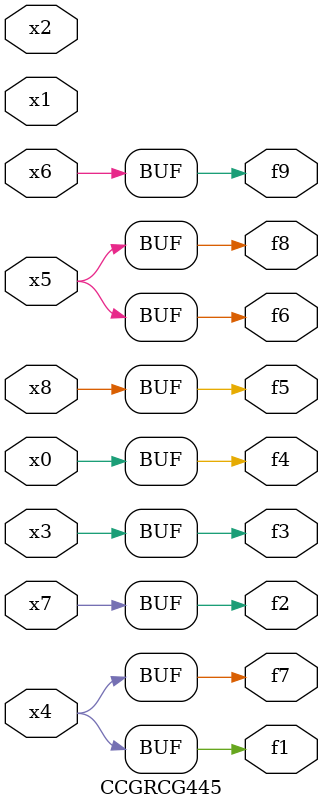
<source format=v>
module CCGRCG445(
	input x0, x1, x2, x3, x4, x5, x6, x7, x8,
	output f1, f2, f3, f4, f5, f6, f7, f8, f9
);
	assign f1 = x4;
	assign f2 = x7;
	assign f3 = x3;
	assign f4 = x0;
	assign f5 = x8;
	assign f6 = x5;
	assign f7 = x4;
	assign f8 = x5;
	assign f9 = x6;
endmodule

</source>
